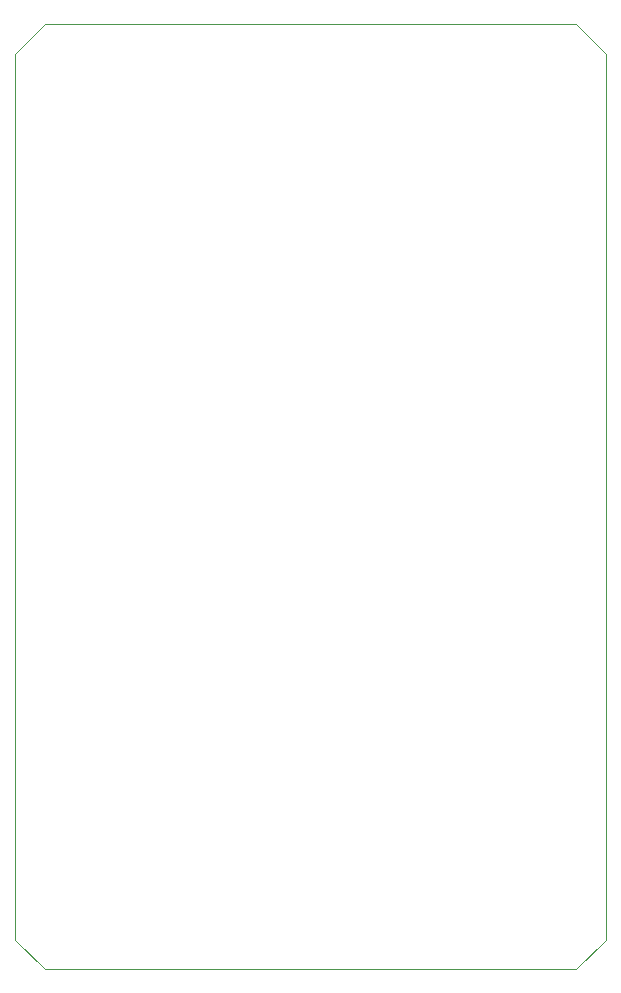
<source format=gko>
G04*
G04 #@! TF.GenerationSoftware,Altium Limited,Altium Designer,23.11.1 (41)*
G04*
G04 Layer_Color=8388736*
%FSLAX25Y25*%
%MOIN*%
G70*
G04*
G04 #@! TF.SameCoordinates,CB1B34B6-0843-45E9-8427-EF7A7B179012*
G04*
G04*
G04 #@! TF.FilePolarity,Positive*
G04*
G01*
G75*
%ADD69C,0.00197*%
D69*
X98425Y-147638D02*
Y147638D01*
X88583Y-157480D02*
X98425Y-147638D01*
X-88583Y-157480D02*
X88583D01*
X-98425Y-147638D02*
X-88583Y-157480D01*
X-98425Y-147638D02*
Y147638D01*
X-88583Y157480D01*
X-78740D01*
X88583D02*
X98425Y147638D01*
X78740Y157480D02*
X88583D01*
X-78740D02*
X78740D01*
M02*

</source>
